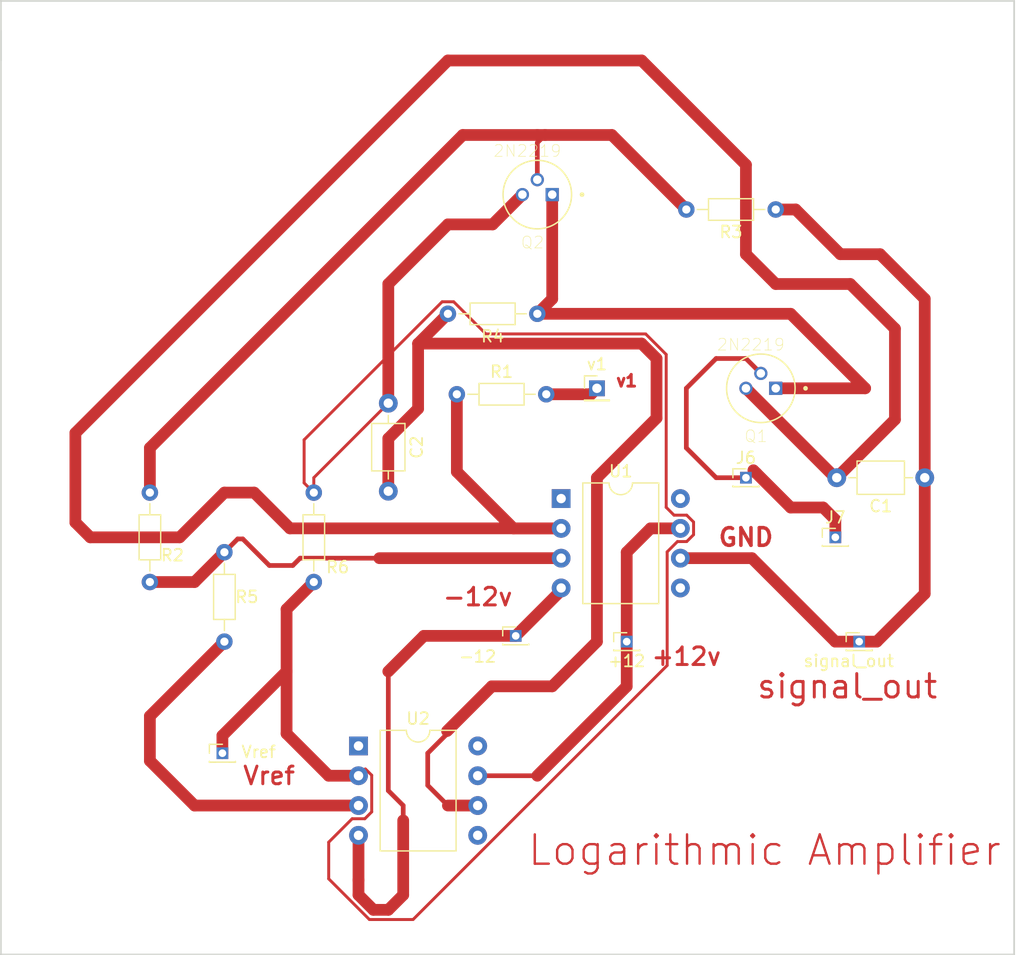
<source format=kicad_pcb>
(kicad_pcb (version 20171130) (host pcbnew 5.0.2-bee76a0~70~ubuntu18.04.1)

  (general
    (thickness 1.6)
    (drawings 12)
    (tracks 145)
    (zones 0)
    (modules 19)
    (nets 14)
  )

  (page A4)
  (layers
    (0 F.Cu signal)
    (31 B.Cu signal)
    (32 B.Adhes user)
    (33 F.Adhes user)
    (34 B.Paste user)
    (35 F.Paste user)
    (36 B.SilkS user)
    (37 F.SilkS user)
    (38 B.Mask user)
    (39 F.Mask user)
    (40 Dwgs.User user)
    (41 Cmts.User user)
    (42 Eco1.User user)
    (43 Eco2.User user)
    (44 Edge.Cuts user)
    (45 Margin user)
    (46 B.CrtYd user)
    (47 F.CrtYd user)
    (48 B.Fab user)
    (49 F.Fab user)
  )

  (setup
    (last_trace_width 0.25)
    (user_trace_width 0.4)
    (user_trace_width 1)
    (trace_clearance 0.2)
    (zone_clearance 0.508)
    (zone_45_only no)
    (trace_min 0.2)
    (segment_width 0.2)
    (edge_width 0.15)
    (via_size 0.8)
    (via_drill 0.4)
    (via_min_size 0.4)
    (via_min_drill 0.3)
    (uvia_size 0.3)
    (uvia_drill 0.1)
    (uvias_allowed no)
    (uvia_min_size 0.2)
    (uvia_min_drill 0.1)
    (pcb_text_width 0.3)
    (pcb_text_size 1.5 1.5)
    (mod_edge_width 0.15)
    (mod_text_size 1 1)
    (mod_text_width 0.15)
    (pad_size 1.524 1.524)
    (pad_drill 0.762)
    (pad_to_mask_clearance 0.051)
    (solder_mask_min_width 0.25)
    (aux_axis_origin 0 0)
    (visible_elements FFFFFF7F)
    (pcbplotparams
      (layerselection 0x010fc_ffffffff)
      (usegerberextensions false)
      (usegerberattributes false)
      (usegerberadvancedattributes false)
      (creategerberjobfile false)
      (excludeedgelayer true)
      (linewidth 0.100000)
      (plotframeref false)
      (viasonmask false)
      (mode 1)
      (useauxorigin false)
      (hpglpennumber 1)
      (hpglpenspeed 20)
      (hpglpendiameter 15.000000)
      (psnegative false)
      (psa4output false)
      (plotreference true)
      (plotvalue true)
      (plotinvisibletext false)
      (padsonsilk false)
      (subtractmaskfromsilk false)
      (outputformat 1)
      (mirror false)
      (drillshape 1)
      (scaleselection 1)
      (outputdirectory "./"))
  )

  (net 0 "")
  (net 1 "Net-(C1-Pad2)")
  (net 2 "Net-(C1-Pad1)")
  (net 3 "Net-(C2-Pad1)")
  (net 4 "Net-(C2-Pad2)")
  (net 5 "Net-(J3-Pad1)")
  (net 6 "Net-(J4-Pad1)")
  (net 7 "Net-(J5-Pad1)")
  (net 8 GND)
  (net 9 "Net-(Q1-Pad1)")
  (net 10 "Net-(Q2-Pad2)")
  (net 11 "Net-(J1-Pad1)")
  (net 12 "Net-(R5-Pad2)")
  (net 13 "Net-(J6-Pad1)")

  (net_class Default "This is the default net class."
    (clearance 0.2)
    (trace_width 0.25)
    (via_dia 0.8)
    (via_drill 0.4)
    (uvia_dia 0.3)
    (uvia_drill 0.1)
    (add_net GND)
    (add_net "Net-(C1-Pad1)")
    (add_net "Net-(C1-Pad2)")
    (add_net "Net-(C2-Pad1)")
    (add_net "Net-(C2-Pad2)")
    (add_net "Net-(J1-Pad1)")
    (add_net "Net-(J3-Pad1)")
    (add_net "Net-(J4-Pad1)")
    (add_net "Net-(J5-Pad1)")
    (add_net "Net-(J6-Pad1)")
    (add_net "Net-(Q1-Pad1)")
    (add_net "Net-(Q2-Pad2)")
    (add_net "Net-(R5-Pad2)")
  )

  (module 2N2222A:TO127P584H533-3 (layer F.Cu) (tedit 0) (tstamp 5C1C51D6)
    (at 116.84 72.39 180)
    (path /5C0C7EC4)
    (fp_text reference Q2 (at 0.40813 -4.08359 180) (layer F.SilkS)
      (effects (font (size 1 1) (thickness 0.05)))
    )
    (fp_text value 2N2219 (at 0.85046 3.72176 180) (layer F.SilkS)
      (effects (font (size 1 1) (thickness 0.05)))
    )
    (fp_circle (center 0 0) (end 2.92 0) (layer Dwgs.User) (width 0.127))
    (fp_circle (center 0 0) (end 2.92 0) (layer F.SilkS) (width 0.127))
    (fp_circle (center 0 0) (end 3.17 0) (layer Eco1.User) (width 0.05))
    (fp_circle (center -3.81 0) (end -3.71 0) (layer F.SilkS) (width 0.2))
    (pad 1 thru_hole rect (at -1.27 0 180) (size 1.13 1.13) (drill 0.73) (layers *.Cu *.Mask)
      (net 9 "Net-(Q1-Pad1)"))
    (pad 2 thru_hole circle (at 0 1.27 180) (size 1.13 1.13) (drill 0.73) (layers *.Cu *.Mask)
      (net 10 "Net-(Q2-Pad2)"))
    (pad 3 thru_hole circle (at 1.27 0 180) (size 1.13 1.13) (drill 0.73) (layers *.Cu *.Mask)
      (net 3 "Net-(C2-Pad1)"))
  )

  (module Package_DIP:DIP-8_W10.16mm (layer F.Cu) (tedit 5A02E8C5) (tstamp 5C1C8212)
    (at 118.872 98.298)
    (descr "8-lead though-hole mounted DIP package, row spacing 10.16 mm (400 mils)")
    (tags "THT DIP DIL PDIP 2.54mm 10.16mm 400mil")
    (path /5C0CACAF)
    (fp_text reference U1 (at 5.08 -2.33) (layer F.SilkS)
      (effects (font (size 1 1) (thickness 0.15)))
    )
    (fp_text value 741 (at 5.08 9.95) (layer F.Fab)
      (effects (font (size 1 1) (thickness 0.15)))
    )
    (fp_arc (start 5.08 -1.33) (end 4.08 -1.33) (angle -180) (layer F.SilkS) (width 0.12))
    (fp_line (start 2.905 -1.27) (end 8.255 -1.27) (layer F.Fab) (width 0.1))
    (fp_line (start 8.255 -1.27) (end 8.255 8.89) (layer F.Fab) (width 0.1))
    (fp_line (start 8.255 8.89) (end 1.905 8.89) (layer F.Fab) (width 0.1))
    (fp_line (start 1.905 8.89) (end 1.905 -0.27) (layer F.Fab) (width 0.1))
    (fp_line (start 1.905 -0.27) (end 2.905 -1.27) (layer F.Fab) (width 0.1))
    (fp_line (start 4.08 -1.33) (end 1.845 -1.33) (layer F.SilkS) (width 0.12))
    (fp_line (start 1.845 -1.33) (end 1.845 8.95) (layer F.SilkS) (width 0.12))
    (fp_line (start 1.845 8.95) (end 8.315 8.95) (layer F.SilkS) (width 0.12))
    (fp_line (start 8.315 8.95) (end 8.315 -1.33) (layer F.SilkS) (width 0.12))
    (fp_line (start 8.315 -1.33) (end 6.08 -1.33) (layer F.SilkS) (width 0.12))
    (fp_line (start -1.05 -1.55) (end -1.05 9.15) (layer F.CrtYd) (width 0.05))
    (fp_line (start -1.05 9.15) (end 11.25 9.15) (layer F.CrtYd) (width 0.05))
    (fp_line (start 11.25 9.15) (end 11.25 -1.55) (layer F.CrtYd) (width 0.05))
    (fp_line (start 11.25 -1.55) (end -1.05 -1.55) (layer F.CrtYd) (width 0.05))
    (fp_text user %R (at 5.08 3.81) (layer F.Fab)
      (effects (font (size 1 1) (thickness 0.15)))
    )
    (pad 1 thru_hole rect (at 0 0) (size 1.6 1.6) (drill 0.8) (layers *.Cu *.Mask))
    (pad 5 thru_hole oval (at 10.16 7.62) (size 1.6 1.6) (drill 0.8) (layers *.Cu *.Mask))
    (pad 2 thru_hole oval (at 0 2.54) (size 1.6 1.6) (drill 0.8) (layers *.Cu *.Mask)
      (net 1 "Net-(C1-Pad2)"))
    (pad 6 thru_hole oval (at 10.16 5.08) (size 1.6 1.6) (drill 0.8) (layers *.Cu *.Mask)
      (net 2 "Net-(C1-Pad1)"))
    (pad 3 thru_hole oval (at 0 5.08) (size 1.6 1.6) (drill 0.8) (layers *.Cu *.Mask)
      (net 8 GND))
    (pad 7 thru_hole oval (at 10.16 2.54) (size 1.6 1.6) (drill 0.8) (layers *.Cu *.Mask)
      (net 5 "Net-(J3-Pad1)"))
    (pad 4 thru_hole oval (at 0 7.62) (size 1.6 1.6) (drill 0.8) (layers *.Cu *.Mask)
      (net 6 "Net-(J4-Pad1)"))
    (pad 8 thru_hole oval (at 10.16 0) (size 1.6 1.6) (drill 0.8) (layers *.Cu *.Mask))
    (model ${KISYS3DMOD}/Package_DIP.3dshapes/DIP-8_W10.16mm.wrl
      (at (xyz 0 0 0))
      (scale (xyz 1 1 1))
      (rotate (xyz 0 0 0))
    )
  )

  (module Connector_PinHeader_1.27mm:PinHeader_1x01_P1.27mm_Vertical (layer F.Cu) (tedit 5C0E987F) (tstamp 5C1B0C27)
    (at 124.46 110.49)
    (descr "Through hole straight pin header, 1x01, 1.27mm pitch, single row")
    (tags "Through hole pin header THT 1x01 1.27mm single row")
    (path /5C0CF774)
    (fp_text reference +12 (at 0 1.651) (layer F.SilkS)
      (effects (font (size 1 1) (thickness 0.15)))
    )
    (fp_text value +12 (at 1.05 -0.635) (layer F.Fab)
      (effects (font (size 1 1) (thickness 0.15)))
    )
    (fp_line (start -0.525 -0.635) (end 1.05 -0.635) (layer F.Fab) (width 0.1))
    (fp_line (start 1.05 -0.635) (end 1.05 0.635) (layer F.Fab) (width 0.1))
    (fp_line (start 1.05 0.635) (end -1.05 0.635) (layer F.Fab) (width 0.1))
    (fp_line (start -1.05 0.635) (end -1.05 -0.11) (layer F.Fab) (width 0.1))
    (fp_line (start -1.05 -0.11) (end -0.525 -0.635) (layer F.Fab) (width 0.1))
    (fp_line (start -1.11 0.76) (end 1.11 0.76) (layer F.SilkS) (width 0.12))
    (fp_line (start -1.11 0.76) (end -1.11 0.695) (layer F.SilkS) (width 0.12))
    (fp_line (start 1.11 0.76) (end 1.11 0.695) (layer F.SilkS) (width 0.12))
    (fp_line (start -1.11 0.76) (end -0.563471 0.76) (layer F.SilkS) (width 0.12))
    (fp_line (start 0.563471 0.76) (end 1.11 0.76) (layer F.SilkS) (width 0.12))
    (fp_line (start -1.11 0) (end -1.11 -0.76) (layer F.SilkS) (width 0.12))
    (fp_line (start -1.11 -0.76) (end 0 -0.76) (layer F.SilkS) (width 0.12))
    (fp_line (start -1.55 -1.15) (end -1.55 1.15) (layer F.CrtYd) (width 0.05))
    (fp_line (start -1.55 1.15) (end 1.55 1.15) (layer F.CrtYd) (width 0.05))
    (fp_line (start 1.55 1.15) (end 1.55 -1.15) (layer F.CrtYd) (width 0.05))
    (fp_line (start 1.55 -1.15) (end -1.55 -1.15) (layer F.CrtYd) (width 0.05))
    (fp_text user %R (at 0 0 90) (layer F.Fab)
      (effects (font (size 1 1) (thickness 0.15)))
    )
    (pad 1 thru_hole rect (at 0 0) (size 1 1) (drill 0.65) (layers *.Cu *.Mask)
      (net 5 "Net-(J3-Pad1)"))
    (model ${KISYS3DMOD}/Connector_PinHeader_1.27mm.3dshapes/PinHeader_1x01_P1.27mm_Vertical.wrl
      (at (xyz 0 0 0))
      (scale (xyz 1 1 1))
      (rotate (xyz 0 0 0))
    )
  )

  (module Capacitor_THT:C_Axial_L3.8mm_D2.6mm_P7.50mm_Horizontal (layer F.Cu) (tedit 5AE50EF0) (tstamp 5C259CAC)
    (at 149.86 96.52 180)
    (descr "C, Axial series, Axial, Horizontal, pin pitch=7.5mm, , length*diameter=3.8*2.6mm^2, http://www.vishay.com/docs/45231/arseries.pdf")
    (tags "C Axial series Axial Horizontal pin pitch 7.5mm  length 3.8mm diameter 2.6mm")
    (path /5C0C7BF4)
    (fp_text reference C1 (at 3.75 -2.42 180) (layer F.SilkS)
      (effects (font (size 1 1) (thickness 0.15)))
    )
    (fp_text value 10pF (at 3.75 2.42 180) (layer F.Fab)
      (effects (font (size 1 1) (thickness 0.15)))
    )
    (fp_text user %R (at 3.75 0 180) (layer F.Fab)
      (effects (font (size 0.76 0.76) (thickness 0.114)))
    )
    (fp_line (start 8.55 -1.55) (end -1.05 -1.55) (layer F.CrtYd) (width 0.05))
    (fp_line (start 8.55 1.55) (end 8.55 -1.55) (layer F.CrtYd) (width 0.05))
    (fp_line (start -1.05 1.55) (end 8.55 1.55) (layer F.CrtYd) (width 0.05))
    (fp_line (start -1.05 -1.55) (end -1.05 1.55) (layer F.CrtYd) (width 0.05))
    (fp_line (start 6.46 0) (end 5.77 0) (layer F.SilkS) (width 0.12))
    (fp_line (start 1.04 0) (end 1.73 0) (layer F.SilkS) (width 0.12))
    (fp_line (start 5.77 -1.42) (end 1.73 -1.42) (layer F.SilkS) (width 0.12))
    (fp_line (start 5.77 1.42) (end 5.77 -1.42) (layer F.SilkS) (width 0.12))
    (fp_line (start 1.73 1.42) (end 5.77 1.42) (layer F.SilkS) (width 0.12))
    (fp_line (start 1.73 -1.42) (end 1.73 1.42) (layer F.SilkS) (width 0.12))
    (fp_line (start 7.5 0) (end 5.65 0) (layer F.Fab) (width 0.1))
    (fp_line (start 0 0) (end 1.85 0) (layer F.Fab) (width 0.1))
    (fp_line (start 5.65 -1.3) (end 1.85 -1.3) (layer F.Fab) (width 0.1))
    (fp_line (start 5.65 1.3) (end 5.65 -1.3) (layer F.Fab) (width 0.1))
    (fp_line (start 1.85 1.3) (end 5.65 1.3) (layer F.Fab) (width 0.1))
    (fp_line (start 1.85 -1.3) (end 1.85 1.3) (layer F.Fab) (width 0.1))
    (pad 2 thru_hole oval (at 7.5 0 180) (size 1.6 1.6) (drill 0.8) (layers *.Cu *.Mask)
      (net 1 "Net-(C1-Pad2)"))
    (pad 1 thru_hole circle (at 0 0 180) (size 1.6 1.6) (drill 0.8) (layers *.Cu *.Mask)
      (net 2 "Net-(C1-Pad1)"))
    (model ${KISYS3DMOD}/Capacitor_THT.3dshapes/C_Axial_L3.8mm_D2.6mm_P7.50mm_Horizontal.wrl
      (at (xyz 0 0 0))
      (scale (xyz 1 1 1))
      (rotate (xyz 0 0 0))
    )
  )

  (module Capacitor_THT:C_Axial_L3.8mm_D2.6mm_P7.50mm_Horizontal (layer F.Cu) (tedit 5AE50EF0) (tstamp 5C259CC3)
    (at 104.14 90.17 270)
    (descr "C, Axial series, Axial, Horizontal, pin pitch=7.5mm, , length*diameter=3.8*2.6mm^2, http://www.vishay.com/docs/45231/arseries.pdf")
    (tags "C Axial series Axial Horizontal pin pitch 7.5mm  length 3.8mm diameter 2.6mm")
    (path /5C0C7C72)
    (fp_text reference C2 (at 3.75 -2.42 270) (layer F.SilkS)
      (effects (font (size 1 1) (thickness 0.15)))
    )
    (fp_text value 10pF (at 3.75 2.42 270) (layer F.Fab)
      (effects (font (size 1 1) (thickness 0.15)))
    )
    (fp_line (start 1.85 -1.3) (end 1.85 1.3) (layer F.Fab) (width 0.1))
    (fp_line (start 1.85 1.3) (end 5.65 1.3) (layer F.Fab) (width 0.1))
    (fp_line (start 5.65 1.3) (end 5.65 -1.3) (layer F.Fab) (width 0.1))
    (fp_line (start 5.65 -1.3) (end 1.85 -1.3) (layer F.Fab) (width 0.1))
    (fp_line (start 0 0) (end 1.85 0) (layer F.Fab) (width 0.1))
    (fp_line (start 7.5 0) (end 5.65 0) (layer F.Fab) (width 0.1))
    (fp_line (start 1.73 -1.42) (end 1.73 1.42) (layer F.SilkS) (width 0.12))
    (fp_line (start 1.73 1.42) (end 5.77 1.42) (layer F.SilkS) (width 0.12))
    (fp_line (start 5.77 1.42) (end 5.77 -1.42) (layer F.SilkS) (width 0.12))
    (fp_line (start 5.77 -1.42) (end 1.73 -1.42) (layer F.SilkS) (width 0.12))
    (fp_line (start 1.04 0) (end 1.73 0) (layer F.SilkS) (width 0.12))
    (fp_line (start 6.46 0) (end 5.77 0) (layer F.SilkS) (width 0.12))
    (fp_line (start -1.05 -1.55) (end -1.05 1.55) (layer F.CrtYd) (width 0.05))
    (fp_line (start -1.05 1.55) (end 8.55 1.55) (layer F.CrtYd) (width 0.05))
    (fp_line (start 8.55 1.55) (end 8.55 -1.55) (layer F.CrtYd) (width 0.05))
    (fp_line (start 8.55 -1.55) (end -1.05 -1.55) (layer F.CrtYd) (width 0.05))
    (fp_text user %R (at 3.429 -0.381 270) (layer F.Fab)
      (effects (font (size 0.76 0.76) (thickness 0.114)))
    )
    (pad 1 thru_hole circle (at 0 0 270) (size 1.6 1.6) (drill 0.8) (layers *.Cu *.Mask)
      (net 3 "Net-(C2-Pad1)"))
    (pad 2 thru_hole oval (at 7.5 0 270) (size 1.6 1.6) (drill 0.8) (layers *.Cu *.Mask)
      (net 4 "Net-(C2-Pad2)"))
    (model ${KISYS3DMOD}/Capacitor_THT.3dshapes/C_Axial_L3.8mm_D2.6mm_P7.50mm_Horizontal.wrl
      (at (xyz 0 0 0))
      (scale (xyz 1 1 1))
      (rotate (xyz 0 0 0))
    )
  )

  (module Resistor_THT:R_Axial_DIN0204_L3.6mm_D1.6mm_P7.62mm_Horizontal (layer F.Cu) (tedit 5AE5139B) (tstamp 5C259D36)
    (at 109.982 89.408)
    (descr "Resistor, Axial_DIN0204 series, Axial, Horizontal, pin pitch=7.62mm, 0.167W, length*diameter=3.6*1.6mm^2, http://cdn-reichelt.de/documents/datenblatt/B400/1_4W%23YAG.pdf")
    (tags "Resistor Axial_DIN0204 series Axial Horizontal pin pitch 7.62mm 0.167W length 3.6mm diameter 1.6mm")
    (path /5C0C735F)
    (fp_text reference R1 (at 3.81 -1.92 180) (layer F.SilkS)
      (effects (font (size 1 1) (thickness 0.15)))
    )
    (fp_text value 10K (at 3.81 1.92) (layer F.Fab)
      (effects (font (size 1 1) (thickness 0.15)))
    )
    (fp_text user %R (at 3.81 0 180) (layer F.Fab)
      (effects (font (size 0.72 0.72) (thickness 0.108)))
    )
    (fp_line (start 8.57 -1.05) (end -0.95 -1.05) (layer F.CrtYd) (width 0.05))
    (fp_line (start 8.57 1.05) (end 8.57 -1.05) (layer F.CrtYd) (width 0.05))
    (fp_line (start -0.95 1.05) (end 8.57 1.05) (layer F.CrtYd) (width 0.05))
    (fp_line (start -0.95 -1.05) (end -0.95 1.05) (layer F.CrtYd) (width 0.05))
    (fp_line (start 6.68 0) (end 5.73 0) (layer F.SilkS) (width 0.12))
    (fp_line (start 0.94 0) (end 1.89 0) (layer F.SilkS) (width 0.12))
    (fp_line (start 5.73 -0.92) (end 1.89 -0.92) (layer F.SilkS) (width 0.12))
    (fp_line (start 5.73 0.92) (end 5.73 -0.92) (layer F.SilkS) (width 0.12))
    (fp_line (start 1.89 0.92) (end 5.73 0.92) (layer F.SilkS) (width 0.12))
    (fp_line (start 1.89 -0.92) (end 1.89 0.92) (layer F.SilkS) (width 0.12))
    (fp_line (start 7.62 0) (end 5.61 0) (layer F.Fab) (width 0.1))
    (fp_line (start 0 0) (end 2.01 0) (layer F.Fab) (width 0.1))
    (fp_line (start 5.61 -0.8) (end 2.01 -0.8) (layer F.Fab) (width 0.1))
    (fp_line (start 5.61 0.8) (end 5.61 -0.8) (layer F.Fab) (width 0.1))
    (fp_line (start 2.01 0.8) (end 5.61 0.8) (layer F.Fab) (width 0.1))
    (fp_line (start 2.01 -0.8) (end 2.01 0.8) (layer F.Fab) (width 0.1))
    (pad 2 thru_hole oval (at 7.62 0) (size 1.4 1.4) (drill 0.7) (layers *.Cu *.Mask)
      (net 11 "Net-(J1-Pad1)"))
    (pad 1 thru_hole circle (at 0 0) (size 1.4 1.4) (drill 0.7) (layers *.Cu *.Mask)
      (net 1 "Net-(C1-Pad2)"))
    (model ${KISYS3DMOD}/Resistor_THT.3dshapes/R_Axial_DIN0204_L3.6mm_D1.6mm_P7.62mm_Horizontal.wrl
      (at (xyz 0 0 0))
      (scale (xyz 1 1 1))
      (rotate (xyz 0 0 0))
    )
  )

  (module Resistor_THT:R_Axial_DIN0204_L3.6mm_D1.6mm_P7.62mm_Horizontal (layer F.Cu) (tedit 5AE5139B) (tstamp 5C259D4D)
    (at 83.82 97.79 270)
    (descr "Resistor, Axial_DIN0204 series, Axial, Horizontal, pin pitch=7.62mm, 0.167W, length*diameter=3.6*1.6mm^2, http://cdn-reichelt.de/documents/datenblatt/B400/1_4W%23YAG.pdf")
    (tags "Resistor Axial_DIN0204 series Axial Horizontal pin pitch 7.62mm 0.167W length 3.6mm diameter 1.6mm")
    (path /5C0CD61E)
    (fp_text reference R2 (at 5.334 -1.92) (layer F.SilkS)
      (effects (font (size 1 1) (thickness 0.15)))
    )
    (fp_text value 1K (at 3.81 1.92 270) (layer F.Fab)
      (effects (font (size 1 1) (thickness 0.15)))
    )
    (fp_line (start 2.01 -0.8) (end 2.01 0.8) (layer F.Fab) (width 0.1))
    (fp_line (start 2.01 0.8) (end 5.61 0.8) (layer F.Fab) (width 0.1))
    (fp_line (start 5.61 0.8) (end 5.61 -0.8) (layer F.Fab) (width 0.1))
    (fp_line (start 5.61 -0.8) (end 2.01 -0.8) (layer F.Fab) (width 0.1))
    (fp_line (start 0 0) (end 2.01 0) (layer F.Fab) (width 0.1))
    (fp_line (start 7.62 0) (end 5.61 0) (layer F.Fab) (width 0.1))
    (fp_line (start 1.89 -0.92) (end 1.89 0.92) (layer F.SilkS) (width 0.12))
    (fp_line (start 1.89 0.92) (end 5.73 0.92) (layer F.SilkS) (width 0.12))
    (fp_line (start 5.73 0.92) (end 5.73 -0.92) (layer F.SilkS) (width 0.12))
    (fp_line (start 5.73 -0.92) (end 1.89 -0.92) (layer F.SilkS) (width 0.12))
    (fp_line (start 0.94 0) (end 1.89 0) (layer F.SilkS) (width 0.12))
    (fp_line (start 6.68 0) (end 5.73 0) (layer F.SilkS) (width 0.12))
    (fp_line (start -0.95 -1.05) (end -0.95 1.05) (layer F.CrtYd) (width 0.05))
    (fp_line (start -0.95 1.05) (end 8.57 1.05) (layer F.CrtYd) (width 0.05))
    (fp_line (start 8.57 1.05) (end 8.57 -1.05) (layer F.CrtYd) (width 0.05))
    (fp_line (start 8.57 -1.05) (end -0.95 -1.05) (layer F.CrtYd) (width 0.05))
    (fp_text user %R (at 3.81 0 270) (layer F.Fab)
      (effects (font (size 0.72 0.72) (thickness 0.108)))
    )
    (pad 1 thru_hole circle (at 0 0 270) (size 1.4 1.4) (drill 0.7) (layers *.Cu *.Mask)
      (net 10 "Net-(Q2-Pad2)"))
    (pad 2 thru_hole oval (at 7.62 0 270) (size 1.4 1.4) (drill 0.7) (layers *.Cu *.Mask)
      (net 8 GND))
    (model ${KISYS3DMOD}/Resistor_THT.3dshapes/R_Axial_DIN0204_L3.6mm_D1.6mm_P7.62mm_Horizontal.wrl
      (at (xyz 0 0 0))
      (scale (xyz 1 1 1))
      (rotate (xyz 0 0 0))
    )
  )

  (module Resistor_THT:R_Axial_DIN0204_L3.6mm_D1.6mm_P7.62mm_Horizontal (layer F.Cu) (tedit 5C0DE20D) (tstamp 5C259D64)
    (at 137.16 73.66 180)
    (descr "Resistor, Axial_DIN0204 series, Axial, Horizontal, pin pitch=7.62mm, 0.167W, length*diameter=3.6*1.6mm^2, http://cdn-reichelt.de/documents/datenblatt/B400/1_4W%23YAG.pdf")
    (tags "Resistor Axial_DIN0204 series Axial Horizontal pin pitch 7.62mm 0.167W length 3.6mm diameter 1.6mm")
    (path /5C0C74A5)
    (fp_text reference R3 (at 3.81 -1.92 180) (layer F.SilkS)
      (effects (font (size 1 1) (thickness 0.15)))
    )
    (fp_text value 15K (at 3.81 1.92 180) (layer F.Fab)
      (effects (font (size 1 1) (thickness 0.15)))
    )
    (fp_text user %R (at 4.445 0 180) (layer F.Fab)
      (effects (font (size 0.72 0.72) (thickness 0.108)))
    )
    (fp_line (start 8.57 -1.05) (end -0.95 -1.05) (layer F.CrtYd) (width 0.05))
    (fp_line (start 8.57 1.05) (end 8.57 -1.05) (layer F.CrtYd) (width 0.05))
    (fp_line (start -0.95 1.05) (end 8.57 1.05) (layer F.CrtYd) (width 0.05))
    (fp_line (start -0.95 -1.05) (end -0.95 1.05) (layer F.CrtYd) (width 0.05))
    (fp_line (start 6.68 0) (end 5.73 0) (layer F.SilkS) (width 0.12))
    (fp_line (start 0.94 0) (end 1.89 0) (layer F.SilkS) (width 0.12))
    (fp_line (start 5.73 -0.92) (end 1.89 -0.92) (layer F.SilkS) (width 0.12))
    (fp_line (start 5.73 0.92) (end 5.73 -0.92) (layer F.SilkS) (width 0.12))
    (fp_line (start 1.89 0.92) (end 5.73 0.92) (layer F.SilkS) (width 0.12))
    (fp_line (start 1.89 -0.92) (end 1.89 0.92) (layer F.SilkS) (width 0.12))
    (fp_line (start 7.62 0) (end 5.61 0) (layer F.Fab) (width 0.1))
    (fp_line (start 0 0) (end 2.01 0) (layer F.Fab) (width 0.1))
    (fp_line (start 5.61 -0.8) (end 2.01 -0.8) (layer F.Fab) (width 0.1))
    (fp_line (start 5.61 0.8) (end 5.61 -0.8) (layer F.Fab) (width 0.1))
    (fp_line (start 2.01 0.8) (end 5.61 0.8) (layer F.Fab) (width 0.1))
    (fp_line (start 2.01 -0.8) (end 2.01 0.8) (layer F.Fab) (width 0.1))
    (pad 2 thru_hole oval (at 7.62 0 180) (size 1.4 1.4) (drill 0.7) (layers *.Cu *.Mask)
      (net 10 "Net-(Q2-Pad2)"))
    (pad 1 thru_hole circle (at 0 0 180) (size 1.4 1.4) (drill 0.7) (layers *.Cu *.Mask)
      (net 2 "Net-(C1-Pad1)"))
    (model ${KISYS3DMOD}/Resistor_THT.3dshapes/R_Axial_DIN0204_L3.6mm_D1.6mm_P7.62mm_Horizontal.wrl
      (at (xyz 0 0 0))
      (scale (xyz 1 1 1))
      (rotate (xyz 0 0 0))
    )
  )

  (module Resistor_THT:R_Axial_DIN0204_L3.6mm_D1.6mm_P7.62mm_Horizontal (layer F.Cu) (tedit 5AE5139B) (tstamp 5C259D7B)
    (at 116.84 82.55 180)
    (descr "Resistor, Axial_DIN0204 series, Axial, Horizontal, pin pitch=7.62mm, 0.167W, length*diameter=3.6*1.6mm^2, http://cdn-reichelt.de/documents/datenblatt/B400/1_4W%23YAG.pdf")
    (tags "Resistor Axial_DIN0204 series Axial Horizontal pin pitch 7.62mm 0.167W length 3.6mm diameter 1.6mm")
    (path /5C0C73F7)
    (fp_text reference R4 (at 3.81 -1.92 180) (layer F.SilkS)
      (effects (font (size 1 1) (thickness 0.15)))
    )
    (fp_text value 2K (at 3.81 1.92 180) (layer F.Fab)
      (effects (font (size 1 1) (thickness 0.15)))
    )
    (fp_line (start 2.01 -0.8) (end 2.01 0.8) (layer F.Fab) (width 0.1))
    (fp_line (start 2.01 0.8) (end 5.61 0.8) (layer F.Fab) (width 0.1))
    (fp_line (start 5.61 0.8) (end 5.61 -0.8) (layer F.Fab) (width 0.1))
    (fp_line (start 5.61 -0.8) (end 2.01 -0.8) (layer F.Fab) (width 0.1))
    (fp_line (start 0 0) (end 2.01 0) (layer F.Fab) (width 0.1))
    (fp_line (start 7.62 0) (end 5.61 0) (layer F.Fab) (width 0.1))
    (fp_line (start 1.89 -0.92) (end 1.89 0.92) (layer F.SilkS) (width 0.12))
    (fp_line (start 1.89 0.92) (end 5.73 0.92) (layer F.SilkS) (width 0.12))
    (fp_line (start 5.73 0.92) (end 5.73 -0.92) (layer F.SilkS) (width 0.12))
    (fp_line (start 5.73 -0.92) (end 1.89 -0.92) (layer F.SilkS) (width 0.12))
    (fp_line (start 0.94 0) (end 1.89 0) (layer F.SilkS) (width 0.12))
    (fp_line (start 6.68 0) (end 5.73 0) (layer F.SilkS) (width 0.12))
    (fp_line (start -0.95 -1.05) (end -0.95 1.05) (layer F.CrtYd) (width 0.05))
    (fp_line (start -0.95 1.05) (end 8.57 1.05) (layer F.CrtYd) (width 0.05))
    (fp_line (start 8.57 1.05) (end 8.57 -1.05) (layer F.CrtYd) (width 0.05))
    (fp_line (start 8.57 -1.05) (end -0.95 -1.05) (layer F.CrtYd) (width 0.05))
    (fp_text user %R (at 4.064 0 180) (layer F.Fab)
      (effects (font (size 0.72 0.72) (thickness 0.108)))
    )
    (pad 1 thru_hole circle (at 0 0 180) (size 1.4 1.4) (drill 0.7) (layers *.Cu *.Mask)
      (net 9 "Net-(Q1-Pad1)"))
    (pad 2 thru_hole oval (at 7.62 0 180) (size 1.4 1.4) (drill 0.7) (layers *.Cu *.Mask)
      (net 4 "Net-(C2-Pad2)"))
    (model ${KISYS3DMOD}/Resistor_THT.3dshapes/R_Axial_DIN0204_L3.6mm_D1.6mm_P7.62mm_Horizontal.wrl
      (at (xyz 0 0 0))
      (scale (xyz 1 1 1))
      (rotate (xyz 0 0 0))
    )
  )

  (module Resistor_THT:R_Axial_DIN0204_L3.6mm_D1.6mm_P7.62mm_Horizontal (layer F.Cu) (tedit 5AE5139B) (tstamp 5C26E77A)
    (at 90.17 102.87 270)
    (descr "Resistor, Axial_DIN0204 series, Axial, Horizontal, pin pitch=7.62mm, 0.167W, length*diameter=3.6*1.6mm^2, http://cdn-reichelt.de/documents/datenblatt/B400/1_4W%23YAG.pdf")
    (tags "Resistor Axial_DIN0204 series Axial Horizontal pin pitch 7.62mm 0.167W length 3.6mm diameter 1.6mm")
    (path /5C0C74D3)
    (fp_text reference R5 (at 3.81 -1.92) (layer F.SilkS)
      (effects (font (size 1 1) (thickness 0.15)))
    )
    (fp_text value 50K (at 3.81 1.92 270) (layer F.Fab)
      (effects (font (size 1 1) (thickness 0.15)))
    )
    (fp_line (start 2.01 -0.8) (end 2.01 0.8) (layer F.Fab) (width 0.1))
    (fp_line (start 2.01 0.8) (end 5.61 0.8) (layer F.Fab) (width 0.1))
    (fp_line (start 5.61 0.8) (end 5.61 -0.8) (layer F.Fab) (width 0.1))
    (fp_line (start 5.61 -0.8) (end 2.01 -0.8) (layer F.Fab) (width 0.1))
    (fp_line (start 0 0) (end 2.01 0) (layer F.Fab) (width 0.1))
    (fp_line (start 7.62 0) (end 5.61 0) (layer F.Fab) (width 0.1))
    (fp_line (start 1.89 -0.92) (end 1.89 0.92) (layer F.SilkS) (width 0.12))
    (fp_line (start 1.89 0.92) (end 5.73 0.92) (layer F.SilkS) (width 0.12))
    (fp_line (start 5.73 0.92) (end 5.73 -0.92) (layer F.SilkS) (width 0.12))
    (fp_line (start 5.73 -0.92) (end 1.89 -0.92) (layer F.SilkS) (width 0.12))
    (fp_line (start 0.94 0) (end 1.89 0) (layer F.SilkS) (width 0.12))
    (fp_line (start 6.68 0) (end 5.73 0) (layer F.SilkS) (width 0.12))
    (fp_line (start -0.95 -1.05) (end -0.95 1.05) (layer F.CrtYd) (width 0.05))
    (fp_line (start -0.95 1.05) (end 8.57 1.05) (layer F.CrtYd) (width 0.05))
    (fp_line (start 8.57 1.05) (end 8.57 -1.05) (layer F.CrtYd) (width 0.05))
    (fp_line (start 8.57 -1.05) (end -0.95 -1.05) (layer F.CrtYd) (width 0.05))
    (fp_text user %R (at 3.81 0) (layer F.Fab)
      (effects (font (size 0.72 0.72) (thickness 0.108)))
    )
    (pad 1 thru_hole circle (at 0 0 270) (size 1.4 1.4) (drill 0.7) (layers *.Cu *.Mask)
      (net 8 GND))
    (pad 2 thru_hole oval (at 7.62 0 270) (size 1.4 1.4) (drill 0.7) (layers *.Cu *.Mask)
      (net 12 "Net-(R5-Pad2)"))
    (model ${KISYS3DMOD}/Resistor_THT.3dshapes/R_Axial_DIN0204_L3.6mm_D1.6mm_P7.62mm_Horizontal.wrl
      (at (xyz 0 0 0))
      (scale (xyz 1 1 1))
      (rotate (xyz 0 0 0))
    )
  )

  (module Resistor_THT:R_Axial_DIN0204_L3.6mm_D1.6mm_P7.62mm_Horizontal (layer F.Cu) (tedit 5AE5139B) (tstamp 5C259DA9)
    (at 97.79 97.79 270)
    (descr "Resistor, Axial_DIN0204 series, Axial, Horizontal, pin pitch=7.62mm, 0.167W, length*diameter=3.6*1.6mm^2, http://cdn-reichelt.de/documents/datenblatt/B400/1_4W%23YAG.pdf")
    (tags "Resistor Axial_DIN0204 series Axial Horizontal pin pitch 7.62mm 0.167W length 3.6mm diameter 1.6mm")
    (path /5C0C7517)
    (fp_text reference R6 (at 6.35 -2.032) (layer F.SilkS)
      (effects (font (size 1 1) (thickness 0.15)))
    )
    (fp_text value 10K (at 3.81 1.92 270) (layer F.Fab)
      (effects (font (size 1 1) (thickness 0.15)))
    )
    (fp_text user %R (at 3.81 -0.35625 90) (layer F.Fab)
      (effects (font (size 0.72 0.72) (thickness 0.108)))
    )
    (fp_line (start 8.57 -1.05) (end -0.95 -1.05) (layer F.CrtYd) (width 0.05))
    (fp_line (start 8.57 1.05) (end 8.57 -1.05) (layer F.CrtYd) (width 0.05))
    (fp_line (start -0.95 1.05) (end 8.57 1.05) (layer F.CrtYd) (width 0.05))
    (fp_line (start -0.95 -1.05) (end -0.95 1.05) (layer F.CrtYd) (width 0.05))
    (fp_line (start 6.68 0) (end 5.73 0) (layer F.SilkS) (width 0.12))
    (fp_line (start 0.94 0) (end 1.89 0) (layer F.SilkS) (width 0.12))
    (fp_line (start 5.73 -0.92) (end 1.89 -0.92) (layer F.SilkS) (width 0.12))
    (fp_line (start 5.73 0.92) (end 5.73 -0.92) (layer F.SilkS) (width 0.12))
    (fp_line (start 1.89 0.92) (end 5.73 0.92) (layer F.SilkS) (width 0.12))
    (fp_line (start 1.89 -0.92) (end 1.89 0.92) (layer F.SilkS) (width 0.12))
    (fp_line (start 7.62 0) (end 5.61 0) (layer F.Fab) (width 0.1))
    (fp_line (start 0 0) (end 2.01 0) (layer F.Fab) (width 0.1))
    (fp_line (start 5.61 -0.8) (end 2.01 -0.8) (layer F.Fab) (width 0.1))
    (fp_line (start 5.61 0.8) (end 5.61 -0.8) (layer F.Fab) (width 0.1))
    (fp_line (start 2.01 0.8) (end 5.61 0.8) (layer F.Fab) (width 0.1))
    (fp_line (start 2.01 -0.8) (end 2.01 0.8) (layer F.Fab) (width 0.1))
    (pad 2 thru_hole oval (at 7.62 0 270) (size 1.4 1.4) (drill 0.7) (layers *.Cu *.Mask)
      (net 7 "Net-(J5-Pad1)"))
    (pad 1 thru_hole circle (at 0 0 270) (size 1.4 1.4) (drill 0.7) (layers *.Cu *.Mask)
      (net 3 "Net-(C2-Pad1)"))
    (model ${KISYS3DMOD}/Resistor_THT.3dshapes/R_Axial_DIN0204_L3.6mm_D1.6mm_P7.62mm_Horizontal.wrl
      (at (xyz 0 0 0))
      (scale (xyz 1 1 1))
      (rotate (xyz 0 0 0))
    )
  )

  (module Connector_PinHeader_2.00mm:PinHeader_1x01_P2.00mm_Vertical (layer F.Cu) (tedit 5C0E98CC) (tstamp 5C1B0BFE)
    (at 121.92 88.9)
    (descr "Through hole straight pin header, 1x01, 2.00mm pitch, single row")
    (tags "Through hole pin header THT 1x01 2.00mm single row")
    (path /5C0CE77C)
    (fp_text reference v1 (at 0 -2.06) (layer F.SilkS)
      (effects (font (size 1 1) (thickness 0.15)))
    )
    (fp_text value V1 (at 0 2.06) (layer F.Fab)
      (effects (font (size 1 1) (thickness 0.15)))
    )
    (fp_line (start -0.5 -1) (end 1 -1) (layer F.Fab) (width 0.1))
    (fp_line (start 1 -1) (end 1 1) (layer F.Fab) (width 0.1))
    (fp_line (start 1 1) (end -1 1) (layer F.Fab) (width 0.1))
    (fp_line (start -1 1) (end -1 -0.5) (layer F.Fab) (width 0.1))
    (fp_line (start -1 -0.5) (end -0.5 -1) (layer F.Fab) (width 0.1))
    (fp_line (start -1.06 1.06) (end 1.06 1.06) (layer F.SilkS) (width 0.12))
    (fp_line (start -1.06 1) (end -1.06 1.06) (layer F.SilkS) (width 0.12))
    (fp_line (start 1.06 1) (end 1.06 1.06) (layer F.SilkS) (width 0.12))
    (fp_line (start -1.06 1) (end 1.06 1) (layer F.SilkS) (width 0.12))
    (fp_line (start -1.06 0) (end -1.06 -1.06) (layer F.SilkS) (width 0.12))
    (fp_line (start -1.06 -1.06) (end 0 -1.06) (layer F.SilkS) (width 0.12))
    (fp_line (start -1.5 -1.5) (end -1.5 1.5) (layer F.CrtYd) (width 0.05))
    (fp_line (start -1.5 1.5) (end 1.5 1.5) (layer F.CrtYd) (width 0.05))
    (fp_line (start 1.5 1.5) (end 1.5 -1.5) (layer F.CrtYd) (width 0.05))
    (fp_line (start 1.5 -1.5) (end -1.5 -1.5) (layer F.CrtYd) (width 0.05))
    (fp_text user %R (at 0 0 90) (layer F.Fab)
      (effects (font (size 1 1) (thickness 0.15)))
    )
    (pad 1 thru_hole rect (at 0 0) (size 1.35 1.35) (drill 0.8) (layers *.Cu *.Mask)
      (net 11 "Net-(J1-Pad1)"))
    (model ${KISYS3DMOD}/Connector_PinHeader_2.00mm.3dshapes/PinHeader_1x01_P2.00mm_Vertical.wrl
      (at (xyz 0 0 0))
      (scale (xyz 1 1 1))
      (rotate (xyz 0 0 0))
    )
  )

  (module Connector_PinHeader_1.27mm:PinHeader_1x01_P1.27mm_Vertical (layer F.Cu) (tedit 5C0E98A5) (tstamp 5C1B0C12)
    (at 144.272 110.49)
    (descr "Through hole straight pin header, 1x01, 1.27mm pitch, single row")
    (tags "Through hole pin header THT 1x01 1.27mm single row")
    (path /5C0D4687)
    (fp_text reference signal_out (at -0.889 1.651) (layer F.SilkS)
      (effects (font (size 1 1) (thickness 0.15)))
    )
    (fp_text value signal_out (at -0.889 1.651) (layer F.Fab)
      (effects (font (size 1 1) (thickness 0.15)))
    )
    (fp_line (start -0.525 -0.635) (end 1.05 -0.635) (layer F.Fab) (width 0.1))
    (fp_line (start 1.05 -0.635) (end 1.05 0.635) (layer F.Fab) (width 0.1))
    (fp_line (start 1.05 0.635) (end -1.05 0.635) (layer F.Fab) (width 0.1))
    (fp_line (start -1.05 0.635) (end -1.05 -0.11) (layer F.Fab) (width 0.1))
    (fp_line (start -1.05 -0.11) (end -0.525 -0.635) (layer F.Fab) (width 0.1))
    (fp_line (start -1.11 0.76) (end 1.11 0.76) (layer F.SilkS) (width 0.12))
    (fp_line (start -1.11 0.76) (end -1.11 0.695) (layer F.SilkS) (width 0.12))
    (fp_line (start 1.11 0.76) (end 1.11 0.695) (layer F.SilkS) (width 0.12))
    (fp_line (start -1.11 0.76) (end -0.563471 0.76) (layer F.SilkS) (width 0.12))
    (fp_line (start 0.563471 0.76) (end 1.11 0.76) (layer F.SilkS) (width 0.12))
    (fp_line (start -1.11 0) (end -1.11 -0.76) (layer F.SilkS) (width 0.12))
    (fp_line (start -1.11 -0.76) (end 0 -0.76) (layer F.SilkS) (width 0.12))
    (fp_line (start -1.55 -1.15) (end -1.55 1.15) (layer F.CrtYd) (width 0.05))
    (fp_line (start -1.55 1.15) (end 1.55 1.15) (layer F.CrtYd) (width 0.05))
    (fp_line (start 1.55 1.15) (end 1.55 -1.15) (layer F.CrtYd) (width 0.05))
    (fp_line (start 1.55 -1.15) (end -1.55 -1.15) (layer F.CrtYd) (width 0.05))
    (fp_text user %R (at 0 0 90) (layer F.Fab)
      (effects (font (size 1 1) (thickness 0.15)))
    )
    (pad 1 thru_hole rect (at 0 0) (size 1 1) (drill 0.65) (layers *.Cu *.Mask)
      (net 2 "Net-(C1-Pad1)"))
    (model ${KISYS3DMOD}/Connector_PinHeader_1.27mm.3dshapes/PinHeader_1x01_P1.27mm_Vertical.wrl
      (at (xyz 0 0 0))
      (scale (xyz 1 1 1))
      (rotate (xyz 0 0 0))
    )
  )

  (module Connector_PinHeader_1.27mm:PinHeader_1x01_P1.27mm_Vertical (layer F.Cu) (tedit 5C0E9889) (tstamp 5C1B0C3C)
    (at 115 110)
    (descr "Through hole straight pin header, 1x01, 1.27mm pitch, single row")
    (tags "Through hole pin header THT 1x01 1.27mm single row")
    (path /5C0CF7CA)
    (fp_text reference -12 (at -3.24 1.76) (layer F.SilkS)
      (effects (font (size 1 1) (thickness 0.15)))
    )
    (fp_text value -12 (at -5.78 1.76) (layer F.Fab)
      (effects (font (size 1 1) (thickness 0.15)))
    )
    (fp_text user %R (at 0 0 90) (layer F.Fab)
      (effects (font (size 1 1) (thickness 0.15)))
    )
    (fp_line (start 1.55 -1.15) (end -1.55 -1.15) (layer F.CrtYd) (width 0.05))
    (fp_line (start 1.55 1.15) (end 1.55 -1.15) (layer F.CrtYd) (width 0.05))
    (fp_line (start -1.55 1.15) (end 1.55 1.15) (layer F.CrtYd) (width 0.05))
    (fp_line (start -1.55 -1.15) (end -1.55 1.15) (layer F.CrtYd) (width 0.05))
    (fp_line (start -1.11 -0.76) (end 0 -0.76) (layer F.SilkS) (width 0.12))
    (fp_line (start -1.11 0) (end -1.11 -0.76) (layer F.SilkS) (width 0.12))
    (fp_line (start 0.563471 0.76) (end 1.11 0.76) (layer F.SilkS) (width 0.12))
    (fp_line (start -1.11 0.76) (end -0.563471 0.76) (layer F.SilkS) (width 0.12))
    (fp_line (start 1.11 0.76) (end 1.11 0.695) (layer F.SilkS) (width 0.12))
    (fp_line (start -1.11 0.76) (end -1.11 0.695) (layer F.SilkS) (width 0.12))
    (fp_line (start -1.11 0.76) (end 1.11 0.76) (layer F.SilkS) (width 0.12))
    (fp_line (start -1.05 -0.11) (end -0.525 -0.635) (layer F.Fab) (width 0.1))
    (fp_line (start -1.05 0.635) (end -1.05 -0.11) (layer F.Fab) (width 0.1))
    (fp_line (start 1.05 0.635) (end -1.05 0.635) (layer F.Fab) (width 0.1))
    (fp_line (start 1.05 -0.635) (end 1.05 0.635) (layer F.Fab) (width 0.1))
    (fp_line (start -0.525 -0.635) (end 1.05 -0.635) (layer F.Fab) (width 0.1))
    (pad 1 thru_hole rect (at 0 0) (size 1 1) (drill 0.65) (layers *.Cu *.Mask)
      (net 6 "Net-(J4-Pad1)"))
    (model ${KISYS3DMOD}/Connector_PinHeader_1.27mm.3dshapes/PinHeader_1x01_P1.27mm_Vertical.wrl
      (at (xyz 0 0 0))
      (scale (xyz 1 1 1))
      (rotate (xyz 0 0 0))
    )
  )

  (module Connector_PinHeader_1.27mm:PinHeader_1x01_P1.27mm_Vertical (layer F.Cu) (tedit 5C0E98B3) (tstamp 5C1B0C51)
    (at 90 120)
    (descr "Through hole straight pin header, 1x01, 1.27mm pitch, single row")
    (tags "Through hole pin header THT 1x01 1.27mm single row")
    (path /5C0CE65C)
    (fp_text reference Vref (at 3.091 -0.112) (layer F.SilkS)
      (effects (font (size 1 1) (thickness 0.15)))
    )
    (fp_text value Vref (at 0 1.695) (layer F.Fab)
      (effects (font (size 1 1) (thickness 0.15)))
    )
    (fp_text user %R (at 0 0 90) (layer F.Fab)
      (effects (font (size 1 1) (thickness 0.15)))
    )
    (fp_line (start 1.55 -1.15) (end -1.55 -1.15) (layer F.CrtYd) (width 0.05))
    (fp_line (start 1.55 1.15) (end 1.55 -1.15) (layer F.CrtYd) (width 0.05))
    (fp_line (start -1.55 1.15) (end 1.55 1.15) (layer F.CrtYd) (width 0.05))
    (fp_line (start -1.55 -1.15) (end -1.55 1.15) (layer F.CrtYd) (width 0.05))
    (fp_line (start -1.11 -0.76) (end 0 -0.76) (layer F.SilkS) (width 0.12))
    (fp_line (start -1.11 0) (end -1.11 -0.76) (layer F.SilkS) (width 0.12))
    (fp_line (start 0.563471 0.76) (end 1.11 0.76) (layer F.SilkS) (width 0.12))
    (fp_line (start -1.11 0.76) (end -0.563471 0.76) (layer F.SilkS) (width 0.12))
    (fp_line (start 1.11 0.76) (end 1.11 0.695) (layer F.SilkS) (width 0.12))
    (fp_line (start -1.11 0.76) (end -1.11 0.695) (layer F.SilkS) (width 0.12))
    (fp_line (start -1.11 0.76) (end 1.11 0.76) (layer F.SilkS) (width 0.12))
    (fp_line (start -1.05 -0.11) (end -0.525 -0.635) (layer F.Fab) (width 0.1))
    (fp_line (start -1.05 0.635) (end -1.05 -0.11) (layer F.Fab) (width 0.1))
    (fp_line (start 1.05 0.635) (end -1.05 0.635) (layer F.Fab) (width 0.1))
    (fp_line (start 1.05 -0.635) (end 1.05 0.635) (layer F.Fab) (width 0.1))
    (fp_line (start -0.525 -0.635) (end 1.05 -0.635) (layer F.Fab) (width 0.1))
    (pad 1 thru_hole rect (at 0 0) (size 1 1) (drill 0.65) (layers *.Cu *.Mask)
      (net 7 "Net-(J5-Pad1)"))
    (model ${KISYS3DMOD}/Connector_PinHeader_1.27mm.3dshapes/PinHeader_1x01_P1.27mm_Vertical.wrl
      (at (xyz 0 0 0))
      (scale (xyz 1 1 1))
      (rotate (xyz 0 0 0))
    )
  )

  (module 2N2222A:TO127P584H533-3 (layer F.Cu) (tedit 0) (tstamp 5C1B0C66)
    (at 135.89 88.9 180)
    (path /5C0C7E49)
    (fp_text reference Q1 (at 0.40813 -4.08359 180) (layer F.SilkS)
      (effects (font (size 1 1) (thickness 0.05)))
    )
    (fp_text value 2N2219 (at 0.85046 3.72176 180) (layer F.SilkS)
      (effects (font (size 1 1) (thickness 0.05)))
    )
    (fp_circle (center -3.81 0) (end -3.71 0) (layer F.SilkS) (width 0.2))
    (fp_circle (center 0 0) (end 3.17 0) (layer Eco1.User) (width 0.05))
    (fp_circle (center 0 0) (end 2.92 0) (layer F.SilkS) (width 0.127))
    (fp_circle (center 0 0) (end 2.92 0) (layer Dwgs.User) (width 0.127))
    (pad 3 thru_hole circle (at 1.27 0 180) (size 1.13 1.13) (drill 0.73) (layers *.Cu *.Mask)
      (net 1 "Net-(C1-Pad2)"))
    (pad 2 thru_hole circle (at 0 1.27 180) (size 1.13 1.13) (drill 0.73) (layers *.Cu *.Mask)
      (net 8 GND))
    (pad 1 thru_hole rect (at -1.27 0 180) (size 1.13 1.13) (drill 0.73) (layers *.Cu *.Mask)
      (net 9 "Net-(Q1-Pad1)"))
  )

  (module Package_DIP:DIP-8_W10.16mm (layer F.Cu) (tedit 5A02E8C5) (tstamp 5C1C822D)
    (at 101.6 119.38)
    (descr "8-lead though-hole mounted DIP package, row spacing 10.16 mm (400 mils)")
    (tags "THT DIP DIL PDIP 2.54mm 10.16mm 400mil")
    (path /5C0CB055)
    (fp_text reference U2 (at 5.08 -2.33) (layer F.SilkS)
      (effects (font (size 1 1) (thickness 0.15)))
    )
    (fp_text value 741 (at 5.08 9.95) (layer F.Fab)
      (effects (font (size 1 1) (thickness 0.15)))
    )
    (fp_text user %R (at 5.08 3.81) (layer F.Fab)
      (effects (font (size 1 1) (thickness 0.15)))
    )
    (fp_line (start 11.25 -1.55) (end -1.05 -1.55) (layer F.CrtYd) (width 0.05))
    (fp_line (start 11.25 9.15) (end 11.25 -1.55) (layer F.CrtYd) (width 0.05))
    (fp_line (start -1.05 9.15) (end 11.25 9.15) (layer F.CrtYd) (width 0.05))
    (fp_line (start -1.05 -1.55) (end -1.05 9.15) (layer F.CrtYd) (width 0.05))
    (fp_line (start 8.315 -1.33) (end 6.08 -1.33) (layer F.SilkS) (width 0.12))
    (fp_line (start 8.315 8.95) (end 8.315 -1.33) (layer F.SilkS) (width 0.12))
    (fp_line (start 1.845 8.95) (end 8.315 8.95) (layer F.SilkS) (width 0.12))
    (fp_line (start 1.845 -1.33) (end 1.845 8.95) (layer F.SilkS) (width 0.12))
    (fp_line (start 4.08 -1.33) (end 1.845 -1.33) (layer F.SilkS) (width 0.12))
    (fp_line (start 1.905 -0.27) (end 2.905 -1.27) (layer F.Fab) (width 0.1))
    (fp_line (start 1.905 8.89) (end 1.905 -0.27) (layer F.Fab) (width 0.1))
    (fp_line (start 8.255 8.89) (end 1.905 8.89) (layer F.Fab) (width 0.1))
    (fp_line (start 8.255 -1.27) (end 8.255 8.89) (layer F.Fab) (width 0.1))
    (fp_line (start 2.905 -1.27) (end 8.255 -1.27) (layer F.Fab) (width 0.1))
    (fp_arc (start 5.08 -1.33) (end 4.08 -1.33) (angle -180) (layer F.SilkS) (width 0.12))
    (pad 8 thru_hole oval (at 10.16 0) (size 1.6 1.6) (drill 0.8) (layers *.Cu *.Mask))
    (pad 4 thru_hole oval (at 0 7.62) (size 1.6 1.6) (drill 0.8) (layers *.Cu *.Mask)
      (net 6 "Net-(J4-Pad1)"))
    (pad 7 thru_hole oval (at 10.16 2.54) (size 1.6 1.6) (drill 0.8) (layers *.Cu *.Mask)
      (net 5 "Net-(J3-Pad1)"))
    (pad 3 thru_hole oval (at 0 5.08) (size 1.6 1.6) (drill 0.8) (layers *.Cu *.Mask)
      (net 12 "Net-(R5-Pad2)"))
    (pad 6 thru_hole oval (at 10.16 5.08) (size 1.6 1.6) (drill 0.8) (layers *.Cu *.Mask)
      (net 4 "Net-(C2-Pad2)"))
    (pad 2 thru_hole oval (at 0 2.54) (size 1.6 1.6) (drill 0.8) (layers *.Cu *.Mask)
      (net 3 "Net-(C2-Pad1)"))
    (pad 5 thru_hole oval (at 10.16 7.62) (size 1.6 1.6) (drill 0.8) (layers *.Cu *.Mask))
    (pad 1 thru_hole rect (at 0 0) (size 1.6 1.6) (drill 0.8) (layers *.Cu *.Mask))
    (model ${KISYS3DMOD}/Package_DIP.3dshapes/DIP-8_W10.16mm.wrl
      (at (xyz 0 0 0))
      (scale (xyz 1 1 1))
      (rotate (xyz 0 0 0))
    )
  )

  (module Connector_PinHeader_1.27mm:PinHeader_1x01_P1.27mm_Vertical (layer F.Cu) (tedit 59FED6E3) (tstamp 5C11C7BA)
    (at 134.62 96.52)
    (descr "Through hole straight pin header, 1x01, 1.27mm pitch, single row")
    (tags "Through hole pin header THT 1x01 1.27mm single row")
    (path /5C11CD83)
    (fp_text reference J6 (at 0 -1.695) (layer F.SilkS)
      (effects (font (size 1 1) (thickness 0.15)))
    )
    (fp_text value GND (at 0 1.695) (layer F.Fab)
      (effects (font (size 1 1) (thickness 0.15)))
    )
    (fp_line (start -0.525 -0.635) (end 1.05 -0.635) (layer F.Fab) (width 0.1))
    (fp_line (start 1.05 -0.635) (end 1.05 0.635) (layer F.Fab) (width 0.1))
    (fp_line (start 1.05 0.635) (end -1.05 0.635) (layer F.Fab) (width 0.1))
    (fp_line (start -1.05 0.635) (end -1.05 -0.11) (layer F.Fab) (width 0.1))
    (fp_line (start -1.05 -0.11) (end -0.525 -0.635) (layer F.Fab) (width 0.1))
    (fp_line (start -1.11 0.76) (end 1.11 0.76) (layer F.SilkS) (width 0.12))
    (fp_line (start -1.11 0.76) (end -1.11 0.695) (layer F.SilkS) (width 0.12))
    (fp_line (start 1.11 0.76) (end 1.11 0.695) (layer F.SilkS) (width 0.12))
    (fp_line (start -1.11 0.76) (end -0.563471 0.76) (layer F.SilkS) (width 0.12))
    (fp_line (start 0.563471 0.76) (end 1.11 0.76) (layer F.SilkS) (width 0.12))
    (fp_line (start -1.11 0) (end -1.11 -0.76) (layer F.SilkS) (width 0.12))
    (fp_line (start -1.11 -0.76) (end 0 -0.76) (layer F.SilkS) (width 0.12))
    (fp_line (start -1.55 -1.15) (end -1.55 1.15) (layer F.CrtYd) (width 0.05))
    (fp_line (start -1.55 1.15) (end 1.55 1.15) (layer F.CrtYd) (width 0.05))
    (fp_line (start 1.55 1.15) (end 1.55 -1.15) (layer F.CrtYd) (width 0.05))
    (fp_line (start 1.55 -1.15) (end -1.55 -1.15) (layer F.CrtYd) (width 0.05))
    (fp_text user %R (at 0 0 90) (layer F.Fab)
      (effects (font (size 1 1) (thickness 0.15)))
    )
    (pad 1 thru_hole rect (at 0 0) (size 1 1) (drill 0.65) (layers *.Cu *.Mask)
      (net 13 "Net-(J6-Pad1)"))
    (model ${KISYS3DMOD}/Connector_PinHeader_1.27mm.3dshapes/PinHeader_1x01_P1.27mm_Vertical.wrl
      (at (xyz 0 0 0))
      (scale (xyz 1 1 1))
      (rotate (xyz 0 0 0))
    )
  )

  (module Connector_PinHeader_1.27mm:PinHeader_1x01_P1.27mm_Vertical (layer F.Cu) (tedit 59FED6E3) (tstamp 5C11CAE1)
    (at 142.24 101.6)
    (descr "Through hole straight pin header, 1x01, 1.27mm pitch, single row")
    (tags "Through hole pin header THT 1x01 1.27mm single row")
    (path /5C11D840)
    (fp_text reference J7 (at 0 -1.695) (layer F.SilkS)
      (effects (font (size 1 1) (thickness 0.15)))
    )
    (fp_text value GND (at 0 1.695) (layer F.Fab)
      (effects (font (size 1 1) (thickness 0.15)))
    )
    (fp_line (start -0.525 -0.635) (end 1.05 -0.635) (layer F.Fab) (width 0.1))
    (fp_line (start 1.05 -0.635) (end 1.05 0.635) (layer F.Fab) (width 0.1))
    (fp_line (start 1.05 0.635) (end -1.05 0.635) (layer F.Fab) (width 0.1))
    (fp_line (start -1.05 0.635) (end -1.05 -0.11) (layer F.Fab) (width 0.1))
    (fp_line (start -1.05 -0.11) (end -0.525 -0.635) (layer F.Fab) (width 0.1))
    (fp_line (start -1.11 0.76) (end 1.11 0.76) (layer F.SilkS) (width 0.12))
    (fp_line (start -1.11 0.76) (end -1.11 0.695) (layer F.SilkS) (width 0.12))
    (fp_line (start 1.11 0.76) (end 1.11 0.695) (layer F.SilkS) (width 0.12))
    (fp_line (start -1.11 0.76) (end -0.563471 0.76) (layer F.SilkS) (width 0.12))
    (fp_line (start 0.563471 0.76) (end 1.11 0.76) (layer F.SilkS) (width 0.12))
    (fp_line (start -1.11 0) (end -1.11 -0.76) (layer F.SilkS) (width 0.12))
    (fp_line (start -1.11 -0.76) (end 0 -0.76) (layer F.SilkS) (width 0.12))
    (fp_line (start -1.55 -1.15) (end -1.55 1.15) (layer F.CrtYd) (width 0.05))
    (fp_line (start -1.55 1.15) (end 1.55 1.15) (layer F.CrtYd) (width 0.05))
    (fp_line (start 1.55 1.15) (end 1.55 -1.15) (layer F.CrtYd) (width 0.05))
    (fp_line (start 1.55 -1.15) (end -1.55 -1.15) (layer F.CrtYd) (width 0.05))
    (fp_text user %R (at 0 0 90) (layer F.Fab)
      (effects (font (size 1 1) (thickness 0.15)))
    )
    (pad 1 thru_hole rect (at 0 0) (size 1 1) (drill 0.65) (layers *.Cu *.Mask)
      (net 13 "Net-(J6-Pad1)"))
    (model ${KISYS3DMOD}/Connector_PinHeader_1.27mm.3dshapes/PinHeader_1x01_P1.27mm_Vertical.wrl
      (at (xyz 0 0 0))
      (scale (xyz 1 1 1))
      (rotate (xyz 0 0 0))
    )
  )

  (gr_line (start 71.12 55.88) (end 71.12 60.96) (layer Edge.Cuts) (width 0.15))
  (gr_line (start 157.48 55.88) (end 71.12 55.88) (layer Edge.Cuts) (width 0.15))
  (gr_line (start 157.48 137.16) (end 157.48 55.88) (layer Edge.Cuts) (width 0.15))
  (gr_line (start 71.12 137.16) (end 157.48 137.16) (layer Edge.Cuts) (width 0.15))
  (gr_line (start 71.12 58.42) (end 71.12 137.16) (layer Edge.Cuts) (width 0.15))
  (gr_text GND (at 134.62 101.6) (layer F.Cu)
    (effects (font (size 1.5 1.5) (thickness 0.3)))
  )
  (gr_text "v1\n" (at 124.46 88.265) (layer F.Cu)
    (effects (font (size 1 1) (thickness 0.25)))
  )
  (gr_text "signal_out\n" (at 143.256 114.3) (layer F.Cu) (tstamp 5C11B604)
    (effects (font (size 2 2) (thickness 0.25)))
  )
  (gr_text "+12v\n" (at 129.54 111.76) (layer F.Cu)
    (effects (font (size 1.5 1.5) (thickness 0.25)))
  )
  (gr_text -12v (at 111.76 106.68) (layer F.Cu)
    (effects (font (size 1.5 1.5) (thickness 0.25)))
  )
  (gr_text Vref (at 93.98 121.92) (layer F.Cu)
    (effects (font (size 1.5 1.5) (thickness 0.25)))
  )
  (gr_text "Logarithmic Amplifier " (at 137.16 128.27) (layer F.Cu)
    (effects (font (size 2.5 2.5) (thickness 0.2)))
  )

  (segment (start 142.24 96.52) (end 142.36 96.52) (width 1) (layer F.Cu) (net 1))
  (segment (start 134.62 88.9) (end 142.24 96.52) (width 1) (layer F.Cu) (net 1))
  (segment (start 109.982 89.408) (end 109.982 96.012) (width 1) (layer F.Cu) (net 1))
  (segment (start 114.808 100.838) (end 118.872 100.838) (width 1) (layer F.Cu) (net 1))
  (segment (start 109.982 96.012) (end 114.808 100.838) (width 1) (layer F.Cu) (net 1))
  (segment (start 147.32 83.82) (end 147.32 91.56) (width 1) (layer F.Cu) (net 1))
  (segment (start 143.51 80.01) (end 147.32 83.82) (width 1) (layer F.Cu) (net 1))
  (segment (start 137.16 80.01) (end 143.51 80.01) (width 1) (layer F.Cu) (net 1))
  (segment (start 134.62 69.85) (end 134.62 77.47) (width 1) (layer F.Cu) (net 1))
  (segment (start 109.22 60.96) (end 125.73 60.96) (width 1) (layer F.Cu) (net 1))
  (segment (start 77.47 92.71) (end 109.22 60.96) (width 1) (layer F.Cu) (net 1))
  (segment (start 147.32 91.56) (end 142.36 96.52) (width 1) (layer F.Cu) (net 1))
  (segment (start 77.47 100.33) (end 77.47 92.71) (width 1) (layer F.Cu) (net 1))
  (segment (start 125.73 60.96) (end 134.62 69.85) (width 1) (layer F.Cu) (net 1))
  (segment (start 95.758 100.838) (end 92.71 97.79) (width 1) (layer F.Cu) (net 1))
  (segment (start 134.62 77.47) (end 137.16 80.01) (width 1) (layer F.Cu) (net 1))
  (segment (start 118.872 100.838) (end 95.758 100.838) (width 1) (layer F.Cu) (net 1))
  (segment (start 90.17 97.79) (end 86.36 101.6) (width 1) (layer F.Cu) (net 1))
  (segment (start 92.71 97.79) (end 90.17 97.79) (width 1) (layer F.Cu) (net 1))
  (segment (start 86.36 101.6) (end 78.74 101.6) (width 1) (layer F.Cu) (net 1))
  (segment (start 78.74 101.6) (end 77.47 100.33) (width 1) (layer F.Cu) (net 1))
  (segment (start 138.85707 73.66) (end 142.66707 77.47) (width 1) (layer F.Cu) (net 2))
  (segment (start 137.16 73.66) (end 138.85707 73.66) (width 1) (layer F.Cu) (net 2))
  (segment (start 149.86 81.28) (end 149.86 96.52) (width 1) (layer F.Cu) (net 2))
  (segment (start 145.772 110.49) (end 144.272 110.49) (width 1) (layer F.Cu) (net 2))
  (segment (start 149.86 106.402) (end 145.772 110.49) (width 1) (layer F.Cu) (net 2))
  (segment (start 149.86 96.52) (end 149.86 106.402) (width 1) (layer F.Cu) (net 2))
  (segment (start 142.24 110.49) (end 144.272 110.49) (width 1) (layer F.Cu) (net 2))
  (segment (start 135.128 103.378) (end 142.24 110.49) (width 1) (layer F.Cu) (net 2))
  (segment (start 129.032 103.378) (end 135.128 103.378) (width 1) (layer F.Cu) (net 2))
  (segment (start 146.05 77.47) (end 149.86 81.28) (width 1) (layer F.Cu) (net 2))
  (segment (start 142.66707 77.47) (end 146.05 77.47) (width 1) (layer F.Cu) (net 2))
  (segment (start 104.14 90.17) (end 104.14 80.01) (width 1) (layer F.Cu) (net 3))
  (segment (start 104.14 80.01) (end 109.22 74.93) (width 1) (layer F.Cu) (net 3))
  (segment (start 113.03 74.93) (end 115.57 72.39) (width 1) (layer F.Cu) (net 3))
  (segment (start 109.22 74.93) (end 113.03 74.93) (width 1) (layer F.Cu) (net 3))
  (segment (start 97.79 96.52) (end 104.14 90.17) (width 0.25) (layer F.Cu) (net 3))
  (segment (start 97.79 97.79) (end 97.79 96.52) (width 0.25) (layer F.Cu) (net 3))
  (segment (start 101.059999 125.585001) (end 102.140001 125.585001) (width 0.25) (layer F.Cu) (net 3))
  (segment (start 99.06 127.585) (end 101.059999 125.585001) (width 0.25) (layer F.Cu) (net 3))
  (segment (start 99.06 130.70674) (end 99.06 127.585) (width 0.25) (layer F.Cu) (net 3))
  (segment (start 102.528269 134.175009) (end 99.06 130.70674) (width 0.25) (layer F.Cu) (net 3))
  (segment (start 127.906999 112.518003) (end 106.249993 134.175009) (width 0.25) (layer F.Cu) (net 3))
  (segment (start 127.906999 102.837999) (end 127.906999 112.518003) (width 0.25) (layer F.Cu) (net 3))
  (segment (start 129.572001 101.963001) (end 128.781997 101.963001) (width 0.25) (layer F.Cu) (net 3))
  (segment (start 130.157001 100.297999) (end 130.157001 101.378001) (width 0.25) (layer F.Cu) (net 3))
  (segment (start 106.249993 134.175009) (end 102.528269 134.175009) (width 0.25) (layer F.Cu) (net 3))
  (segment (start 128.491999 99.712999) (end 129.572001 99.712999) (width 0.25) (layer F.Cu) (net 3))
  (segment (start 130.157001 101.378001) (end 129.572001 101.963001) (width 0.25) (layer F.Cu) (net 3))
  (segment (start 127.82501 86.01827) (end 127.82501 99.04601) (width 0.25) (layer F.Cu) (net 3))
  (segment (start 126.07173 84.26499) (end 127.82501 86.01827) (width 0.25) (layer F.Cu) (net 3))
  (segment (start 128.781997 101.963001) (end 127.906999 102.837999) (width 0.25) (layer F.Cu) (net 3))
  (segment (start 129.572001 99.712999) (end 130.157001 100.297999) (width 0.25) (layer F.Cu) (net 3))
  (segment (start 112.451992 84.26499) (end 126.07173 84.26499) (width 0.25) (layer F.Cu) (net 3))
  (segment (start 109.712001 81.524999) (end 112.451992 84.26499) (width 0.25) (layer F.Cu) (net 3))
  (segment (start 108.727999 81.524999) (end 109.712001 81.524999) (width 0.25) (layer F.Cu) (net 3))
  (segment (start 96.96499 93.288008) (end 108.727999 81.524999) (width 0.25) (layer F.Cu) (net 3))
  (segment (start 102.725001 121.878261) (end 102.18337 121.33663) (width 0.25) (layer F.Cu) (net 3))
  (segment (start 102.725001 125.000001) (end 102.725001 121.878261) (width 0.25) (layer F.Cu) (net 3))
  (segment (start 96.96499 96.96499) (end 96.96499 93.288008) (width 0.25) (layer F.Cu) (net 3))
  (segment (start 102.140001 125.585001) (end 102.725001 125.000001) (width 0.25) (layer F.Cu) (net 3))
  (segment (start 127.82501 99.04601) (end 128.491999 99.712999) (width 0.25) (layer F.Cu) (net 3))
  (segment (start 97.79 97.79) (end 96.96499 96.96499) (width 0.25) (layer F.Cu) (net 3))
  (segment (start 104.14 93.177998) (end 106.68 90.637998) (width 1) (layer F.Cu) (net 4))
  (segment (start 104.14 97.67) (end 104.14 93.177998) (width 1) (layer F.Cu) (net 4))
  (segment (start 106.68 85.09) (end 109.22 82.55) (width 1) (layer F.Cu) (net 4))
  (segment (start 106.68 90.637998) (end 106.68 85.09) (width 1) (layer F.Cu) (net 4))
  (segment (start 111.76 124.46) (end 109.22 124.46) (width 1) (layer F.Cu) (net 4))
  (segment (start 125.73 85.09) (end 106.68 85.09) (width 1) (layer F.Cu) (net 4))
  (segment (start 118.11 114.3) (end 121.92 110.49) (width 1) (layer F.Cu) (net 4))
  (segment (start 112.960002 114.3) (end 118.11 114.3) (width 1) (layer F.Cu) (net 4))
  (segment (start 109.150002 118.11) (end 112.960002 114.3) (width 1) (layer F.Cu) (net 4))
  (segment (start 127 86.36) (end 125.73 85.09) (width 1) (layer F.Cu) (net 4))
  (segment (start 127 91.44) (end 127 86.36) (width 1) (layer F.Cu) (net 4))
  (segment (start 109.150002 118.11) (end 109.150002 118.349998) (width 0.4) (layer F.Cu) (net 4))
  (segment (start 109.150002 118.349998) (end 107.5 120) (width 0.4) (layer F.Cu) (net 4))
  (segment (start 107.5 122.74) (end 109.22 124.46) (width 0.4) (layer F.Cu) (net 4))
  (segment (start 107.5 120) (end 107.5 122.74) (width 0.4) (layer F.Cu) (net 4))
  (segment (start 121.92 96.52) (end 127 91.44) (width 1) (layer F.Cu) (net 4))
  (segment (start 121.92 110.49) (end 121.92 96.52) (width 1) (layer F.Cu) (net 4))
  (segment (start 111.76 121.92) (end 116.84 121.92) (width 0.4) (layer F.Cu) (net 5))
  (segment (start 124.46 114.3) (end 124.46 110.49) (width 1) (layer F.Cu) (net 5))
  (segment (start 116.84 121.92) (end 124.46 114.3) (width 1) (layer F.Cu) (net 5))
  (segment (start 124.46 110.49) (end 124.46 102.87) (width 1) (layer F.Cu) (net 5))
  (segment (start 126.492 100.838) (end 129.032 100.838) (width 1) (layer F.Cu) (net 5))
  (segment (start 124.46 102.87) (end 126.492 100.838) (width 1) (layer F.Cu) (net 5))
  (segment (start 118.872 106.128) (end 115 110) (width 1) (layer F.Cu) (net 6))
  (segment (start 118.872 105.918) (end 118.872 106.128) (width 1) (layer F.Cu) (net 6))
  (segment (start 101.6 127) (end 101.6 130.81) (width 1) (layer F.Cu) (net 6))
  (segment (start 105.41 125.73) (end 105.41 124.46) (width 0.4) (layer F.Cu) (net 6))
  (segment (start 105.41 124.46) (end 104.14 123.19) (width 0.4) (layer F.Cu) (net 6))
  (segment (start 104.14 123.19) (end 104.14 113.03) (width 0.4) (layer F.Cu) (net 6))
  (segment (start 107.17 110) (end 115 110) (width 1) (layer F.Cu) (net 6))
  (segment (start 104.14 113.03) (end 107.17 110) (width 1) (layer F.Cu) (net 6))
  (segment (start 101.6 130.81) (end 101.6 132.08) (width 1) (layer F.Cu) (net 6))
  (segment (start 101.6 132.08) (end 102.87 133.35) (width 1) (layer F.Cu) (net 6))
  (segment (start 102.87 133.35) (end 104.14 133.35) (width 1) (layer F.Cu) (net 6))
  (segment (start 104.14 133.35) (end 105.41 132.08) (width 1) (layer F.Cu) (net 6))
  (segment (start 105.41 132.08) (end 105.41 125.73) (width 1) (layer F.Cu) (net 6))
  (segment (start 90 118.5) (end 95.47 113.03) (width 1) (layer F.Cu) (net 7))
  (segment (start 90 120) (end 90 118.5) (width 1) (layer F.Cu) (net 7))
  (segment (start 95.47 107.73) (end 97.79 105.41) (width 1) (layer F.Cu) (net 7))
  (segment (start 95.47 113.03) (end 95.47 107.73) (width 1) (layer F.Cu) (net 7))
  (segment (start 95.47 113.03) (end 95.47 118.33) (width 1) (layer F.Cu) (net 7))
  (segment (start 99.06 121.92) (end 101.6 121.92) (width 1) (layer F.Cu) (net 7))
  (segment (start 95.47 118.33) (end 99.06 121.92) (width 1) (layer F.Cu) (net 7))
  (segment (start 87.63 105.41) (end 90.17 102.87) (width 1) (layer F.Cu) (net 8))
  (segment (start 83.82 105.41) (end 87.63 105.41) (width 1) (layer F.Cu) (net 8))
  (segment (start 91.30199 101.73801) (end 91.73801 101.73801) (width 0.4) (layer F.Cu) (net 8))
  (segment (start 90.17 102.87) (end 91.30199 101.73801) (width 0.4) (layer F.Cu) (net 8))
  (segment (start 91.73801 101.73801) (end 94 104) (width 0.4) (layer F.Cu) (net 8))
  (segment (start 94 104) (end 96 104) (width 0.4) (layer F.Cu) (net 8))
  (segment (start 96 104) (end 96.622 103.378) (width 0.4) (layer F.Cu) (net 8))
  (segment (start 96.622 103.378) (end 103.378 103.378) (width 0.4) (layer F.Cu) (net 8))
  (segment (start 103.378 103.378) (end 118.872 103.378) (width 1) (layer F.Cu) (net 8))
  (segment (start 134.62 86.36) (end 135.89 87.63) (width 0.4) (layer F.Cu) (net 8))
  (segment (start 132.08 86.36) (end 134.62 86.36) (width 0.4) (layer F.Cu) (net 8))
  (segment (start 132.08 86.36) (end 129.54 88.9) (width 0.4) (layer F.Cu) (net 8))
  (segment (start 129.54 88.9) (end 129.54 93.98) (width 0.4) (layer F.Cu) (net 8))
  (segment (start 129.54 93.98) (end 132.08 96.52) (width 0.4) (layer F.Cu) (net 8))
  (segment (start 132.08 96.52) (end 134.62 96.52) (width 0.4) (layer F.Cu) (net 8))
  (segment (start 144.78 88.9) (end 137.16 88.9) (width 1) (layer F.Cu) (net 9))
  (segment (start 116.84 82.55) (end 138.43 82.55) (width 1) (layer F.Cu) (net 9))
  (segment (start 138.43 82.55) (end 144.78 88.9) (width 1) (layer F.Cu) (net 9))
  (segment (start 118.11 81.28) (end 116.84 82.55) (width 1) (layer F.Cu) (net 9))
  (segment (start 118.11 72.39) (end 118.11 81.28) (width 1) (layer F.Cu) (net 9))
  (segment (start 83.82 93.98) (end 83.82 97.79) (width 1) (layer F.Cu) (net 10))
  (segment (start 116.84 67.31) (end 110.49 67.31) (width 1) (layer F.Cu) (net 10))
  (segment (start 110.49 67.31) (end 83.82 93.98) (width 1) (layer F.Cu) (net 10))
  (segment (start 123.19 67.31) (end 129.54 73.66) (width 1) (layer F.Cu) (net 10))
  (segment (start 116.84 67.97) (end 117.5 67.31) (width 0.4) (layer F.Cu) (net 10))
  (segment (start 116.84 71.12) (end 116.84 67.97) (width 0.4) (layer F.Cu) (net 10))
  (segment (start 116.84 67.31) (end 117.5 67.31) (width 1) (layer F.Cu) (net 10))
  (segment (start 117.5 67.31) (end 123.19 67.31) (width 1) (layer F.Cu) (net 10))
  (segment (start 121.412 89.408) (end 121.92 88.9) (width 1) (layer F.Cu) (net 11))
  (segment (start 117.602 89.408) (end 121.412 89.408) (width 1) (layer F.Cu) (net 11))
  (segment (start 87.63 124.46) (end 101.6 124.46) (width 1) (layer F.Cu) (net 12))
  (segment (start 83.82 120.65) (end 87.63 124.46) (width 1) (layer F.Cu) (net 12))
  (segment (start 90.17 110.49) (end 83.82 116.84) (width 1) (layer F.Cu) (net 12))
  (segment (start 83.82 116.84) (end 83.82 120.65) (width 1) (layer F.Cu) (net 12))
  (segment (start 142.24 100.1) (end 141.2 99.06) (width 1) (layer F.Cu) (net 13))
  (segment (start 142.24 101.6) (end 142.24 100.1) (width 1) (layer F.Cu) (net 13))
  (segment (start 138.432806 99.06) (end 135.52001 96.147204) (width 1) (layer F.Cu) (net 13))
  (segment (start 135.52001 96.147204) (end 135.256403 95.883597) (width 1) (layer F.Cu) (net 13))
  (segment (start 141.2 99.06) (end 138.432806 99.06) (width 1) (layer F.Cu) (net 13))

)

</source>
